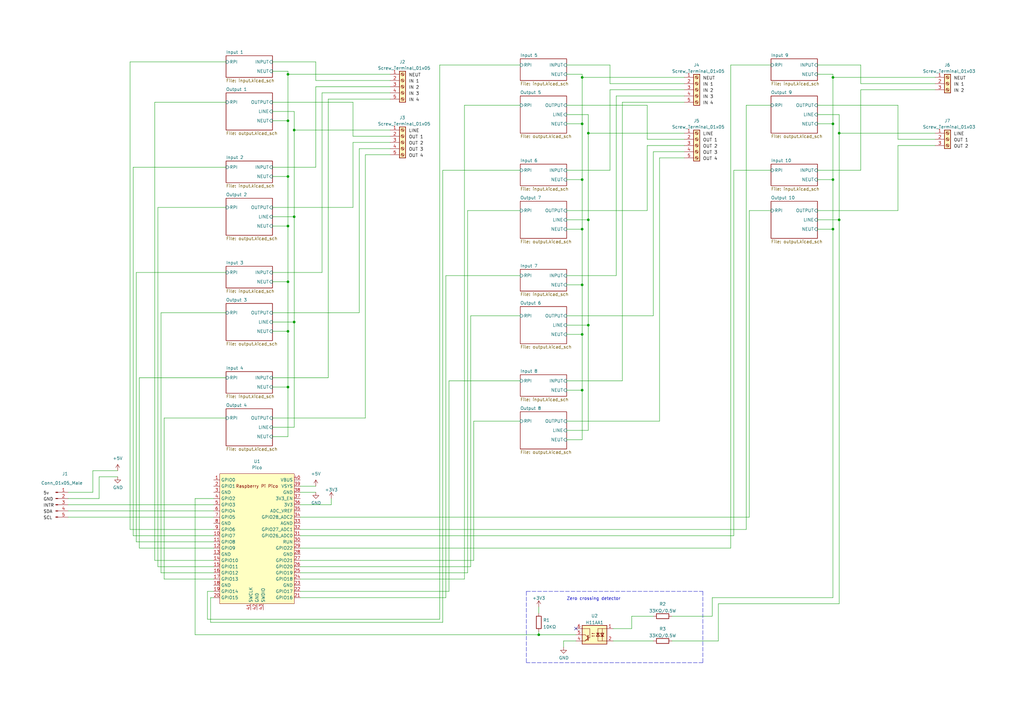
<source format=kicad_sch>
(kicad_sch (version 20211123) (generator eeschema)
  (paper "A3")
  (lib_symbols
    (symbol "Connector:Conn_01x05_Male" (pin_names (offset 1.016) hide)
      (property "Reference" "J" (at 0 7.62 0))
      (property "Value" "Conn_01x05_Male" (at 0 -7.62 0))
      (symbol "Conn_01x05_Male_1_1"
        (polyline (pts (xy 1.27 -5.08) (xy 0.8636 -5.08)) (stroke (width 0.1524)))
        (polyline (pts (xy 1.27 -2.54) (xy 0.8636 -2.54)) (stroke (width 0.1524)))
        (polyline (pts (xy 1.27 0) (xy 0.8636 0)) (stroke (width 0.1524)))
        (polyline (pts (xy 1.27 2.54) (xy 0.8636 2.54)) (stroke (width 0.1524)))
        (polyline (pts (xy 1.27 5.08) (xy 0.8636 5.08)) (stroke (width 0.1524)))
        (rectangle (start 0.8636 -4.953) (end 0 -5.207) (stroke (width 0.1524)) (fill (type outline)))
        (rectangle (start 0.8636 -2.413) (end 0 -2.667) (stroke (width 0.1524)) (fill (type outline)))
        (rectangle (start 0.8636 0.127) (end 0 -0.127) (stroke (width 0.1524)) (fill (type outline)))
        (rectangle (start 0.8636 2.667) (end 0 2.413) (stroke (width 0.1524)) (fill (type outline)))
        (rectangle (start 0.8636 5.207) (end 0 4.953) (stroke (width 0.1524)) (fill (type outline)))
        (pin passive line (at 5.08 5.08 180) (length 3.81) (name "Pin_1") (number "1"))
        (pin passive line (at 5.08 2.54 180) (length 3.81) (name "Pin_2") (number "2"))
        (pin passive line (at 5.08 0 180) (length 3.81) (name "Pin_3") (number "3"))
        (pin passive line (at 5.08 -2.54 180) (length 3.81) (name "Pin_4") (number "4"))
        (pin passive line (at 5.08 -5.08 180) (length 3.81) (name "Pin_5") (number "5"))
      )
    )
    (symbol "Connector:Screw_Terminal_01x03" (pin_names (offset 1.016) hide)
      (property "Reference" "J" (at 0 5.08 0))
      (property "Value" "Screw_Terminal_01x03" (at 0 -5.08 0))
      (symbol "Screw_Terminal_01x03_1_1"
        (rectangle (start -1.27 3.81) (end 1.27 -3.81) (stroke (width 0.254)) (fill (type background)))
        (circle (center 0 -2.54) (radius 0.635) (stroke (width 0.1524)))
        (polyline (pts (xy -0.5334 -2.2098) (xy 0.3302 -3.048)) (stroke (width 0.1524)))
        (polyline (pts (xy -0.5334 0.3302) (xy 0.3302 -0.508)) (stroke (width 0.1524)))
        (polyline (pts (xy -0.5334 2.8702) (xy 0.3302 2.032)) (stroke (width 0.1524)))
        (polyline (pts (xy -0.3556 -2.032) (xy 0.508 -2.8702)) (stroke (width 0.1524)))
        (polyline (pts (xy -0.3556 0.508) (xy 0.508 -0.3302)) (stroke (width 0.1524)))
        (polyline (pts (xy -0.3556 3.048) (xy 0.508 2.2098)) (stroke (width 0.1524)))
        (circle (center 0 0) (radius 0.635) (stroke (width 0.1524)))
        (circle (center 0 2.54) (radius 0.635) (stroke (width 0.1524)))
        (pin passive line (at -5.08 2.54 0) (length 3.81) (name "Pin_1") (number "1"))
        (pin passive line (at -5.08 0 0) (length 3.81) (name "Pin_2") (number "2"))
        (pin passive line (at -5.08 -2.54 0) (length 3.81) (name "Pin_3") (number "3"))
      )
    )
    (symbol "Connector:Screw_Terminal_01x05" (pin_names (offset 1.016) hide)
      (property "Reference" "J" (at 0 7.62 0))
      (property "Value" "Screw_Terminal_01x05" (at 0 -7.62 0))
      (symbol "Screw_Terminal_01x05_1_1"
        (rectangle (start -1.27 6.35) (end 1.27 -6.35) (stroke (width 0.254)) (fill (type background)))
        (circle (center 0 -5.08) (radius 0.635) (stroke (width 0.1524)))
        (circle (center 0 -2.54) (radius 0.635) (stroke (width 0.1524)))
        (polyline (pts (xy -0.5334 -4.7498) (xy 0.3302 -5.588)) (stroke (width 0.1524)))
        (polyline (pts (xy -0.5334 -2.2098) (xy 0.3302 -3.048)) (stroke (width 0.1524)))
        (polyline (pts (xy -0.5334 0.3302) (xy 0.3302 -0.508)) (stroke (width 0.1524)))
        (polyline (pts (xy -0.5334 2.8702) (xy 0.3302 2.032)) (stroke (width 0.1524)))
        (polyline (pts (xy -0.5334 5.4102) (xy 0.3302 4.572)) (stroke (width 0.1524)))
        (polyline (pts (xy -0.3556 -4.572) (xy 0.508 -5.4102)) (stroke (width 0.1524)))
        (polyline (pts (xy -0.3556 -2.032) (xy 0.508 -2.8702)) (stroke (width 0.1524)))
        (polyline (pts (xy -0.3556 0.508) (xy 0.508 -0.3302)) (stroke (width 0.1524)))
        (polyline (pts (xy -0.3556 3.048) (xy 0.508 2.2098)) (stroke (width 0.1524)))
        (polyline (pts (xy -0.3556 5.588) (xy 0.508 4.7498)) (stroke (width 0.1524)))
        (circle (center 0 0) (radius 0.635) (stroke (width 0.1524)))
        (circle (center 0 2.54) (radius 0.635) (stroke (width 0.1524)))
        (circle (center 0 5.08) (radius 0.635) (stroke (width 0.1524)))
        (pin passive line (at -5.08 5.08 0) (length 3.81) (name "Pin_1") (number "1"))
        (pin passive line (at -5.08 2.54 0) (length 3.81) (name "Pin_2") (number "2"))
        (pin passive line (at -5.08 0 0) (length 3.81) (name "Pin_3") (number "3"))
        (pin passive line (at -5.08 -2.54 0) (length 3.81) (name "Pin_4") (number "4"))
        (pin passive line (at -5.08 -5.08 0) (length 3.81) (name "Pin_5") (number "5"))
      )
    )
    (symbol "Device:R" (pin_numbers hide) (pin_names (offset 0))
      (property "Reference" "R" (at 2.032 0 90))
      (property "Value" "R" (at 0 0 90))
      (symbol "R_0_1"
        (rectangle (start -1.016 -2.54) (end 1.016 2.54) (stroke (width 0.254)))
      )
      (symbol "R_1_1"
        (pin passive line (at 0 3.81 270) (length 1.27) (name "~") (number "1"))
        (pin passive line (at 0 -3.81 90) (length 1.27) (name "~") (number "2"))
      )
    )
    (symbol "Isolator:H11AA1"
      (property "Reference" "U" (at -5.334 4.953 0))
      (property "Value" "H11AA1" (at 0.635 4.953 0))
      (symbol "H11AA1_0_1"
        (polyline (pts (xy -2.032 0.635) (xy -0.762 0.635)) (stroke (width 0.254)))
        (polyline (pts (xy -1.397 -2.54) (xy -3.175 -2.54)) (stroke (width 0.1524)))
        (polyline (pts (xy -1.397 -0.635) (xy -1.397 -2.54)))
        (polyline (pts (xy -1.397 0.635) (xy -1.397 -0.635)))
        (polyline (pts (xy -1.397 0.635) (xy -1.397 2.54)))
        (polyline (pts (xy -1.397 2.54) (xy -3.175 2.54)) (stroke (width 0.1524)))
        (polyline (pts (xy -1.397 0.635) (xy -2.032 -0.635) (xy -0.762 -0.635) (xy -1.397 0.635)) (stroke (width 0.254)))
      )
      (symbol "H11AA1_1_1"
        (rectangle (start -5.08 3.81) (end 5.08 -3.81) (stroke (width 0.254)) (fill (type background)))
        (polyline (pts (xy -3.81 -0.635) (xy -2.54 -0.635)) (stroke (width 0.254)))
        (polyline (pts (xy 2.667 -1.397) (xy 3.81 -2.54)))
        (polyline (pts (xy 2.667 -1.143) (xy 3.81 0)))
        (polyline (pts (xy 3.81 -2.54) (xy 5.08 -2.54)))
        (polyline (pts (xy 3.81 0) (xy 5.08 0)))
        (polyline (pts (xy 2.667 -0.254) (xy 2.667 -2.286) (xy 2.667 -2.286)) (stroke (width 0.3556)))
        (polyline (pts (xy -5.08 -2.54) (xy -3.175 -2.54) (xy -3.175 2.54) (xy -5.08 2.54)))
        (polyline (pts (xy -3.175 -0.635) (xy -3.81 0.635) (xy -2.54 0.635) (xy -3.175 -0.635)) (stroke (width 0.254)))
        (polyline (pts (xy 3.683 -2.413) (xy 3.429 -1.905) (xy 3.175 -2.159) (xy 3.683 -2.413)))
        (polyline (pts (xy 5.08 2.54) (xy 1.905 2.54) (xy 1.905 -1.27) (xy 2.54 -1.27)))
        (polyline (pts (xy -0.127 -0.508) (xy 1.143 -0.508) (xy 0.762 -0.635) (xy 0.762 -0.381) (xy 1.143 -0.508)))
        (polyline (pts (xy -0.127 0.508) (xy 1.143 0.508) (xy 0.762 0.381) (xy 0.762 0.635) (xy 1.143 0.508)))
        (pin passive line (at -7.62 2.54 0) (length 2.54) (name "~") (number "1"))
        (pin passive line (at -7.62 -2.54 0) (length 2.54) (name "~") (number "2"))
        (pin no_connect line (at -5.08 0 0) (length 2.54) hide (name "NC") (number "3"))
        (pin passive line (at 7.62 -2.54 180) (length 2.54) (name "~") (number "4"))
        (pin passive line (at 7.62 0 180) (length 2.54) (name "~") (number "5"))
        (pin passive line (at 7.62 2.54 180) (length 2.54) (name "~") (number "6"))
      )
    )
    (symbol "MCU_RaspberryPi_and_Boards:Pico"
      (property "Reference" "U" (at -13.97 27.94 0))
      (property "Value" "Pico" (at 0 19.05 0))
      (symbol "Pico_0_0"
        (text "Raspberry Pi Pico" (at 0 21.59 0) (effects (font (size 1.27 1.27))))
      )
      (symbol "Pico_0_1"
        (rectangle (start -15.24 26.67) (end 15.24 -26.67) (fill (type background)))
      )
      (symbol "Pico_1_1"
        (pin bidirectional line (at -17.78 24.13 0) (length 2.54) (name "GPIO0") (number "1"))
        (pin bidirectional line (at -17.78 1.27 0) (length 2.54) (name "GPIO7") (number "10"))
        (pin bidirectional line (at -17.78 -1.27 0) (length 2.54) (name "GPIO8") (number "11"))
        (pin bidirectional line (at -17.78 -3.81 0) (length 2.54) (name "GPIO9") (number "12"))
        (pin power_in line (at -17.78 -6.35 0) (length 2.54) (name "GND") (number "13"))
        (pin bidirectional line (at -17.78 -8.89 0) (length 2.54) (name "GPIO10") (number "14"))
        (pin bidirectional line (at -17.78 -11.43 0) (length 2.54) (name "GPIO11") (number "15"))
        (pin bidirectional line (at -17.78 -13.97 0) (length 2.54) (name "GPIO12") (number "16"))
        (pin bidirectional line (at -17.78 -16.51 0) (length 2.54) (name "GPIO13") (number "17"))
        (pin power_in line (at -17.78 -19.05 0) (length 2.54) (name "GND") (number "18"))
        (pin bidirectional line (at -17.78 -21.59 0) (length 2.54) (name "GPIO14") (number "19"))
        (pin bidirectional line (at -17.78 21.59 0) (length 2.54) (name "GPIO1") (number "2"))
        (pin bidirectional line (at -17.78 -24.13 0) (length 2.54) (name "GPIO15") (number "20"))
        (pin bidirectional line (at 17.78 -24.13 180) (length 2.54) (name "GPIO16") (number "21"))
        (pin bidirectional line (at 17.78 -21.59 180) (length 2.54) (name "GPIO17") (number "22"))
        (pin power_in line (at 17.78 -19.05 180) (length 2.54) (name "GND") (number "23"))
        (pin bidirectional line (at 17.78 -16.51 180) (length 2.54) (name "GPIO18") (number "24"))
        (pin bidirectional line (at 17.78 -13.97 180) (length 2.54) (name "GPIO19") (number "25"))
        (pin bidirectional line (at 17.78 -11.43 180) (length 2.54) (name "GPIO20") (number "26"))
        (pin bidirectional line (at 17.78 -8.89 180) (length 2.54) (name "GPIO21") (number "27"))
        (pin power_in line (at 17.78 -6.35 180) (length 2.54) (name "GND") (number "28"))
        (pin bidirectional line (at 17.78 -3.81 180) (length 2.54) (name "GPIO22") (number "29"))
        (pin power_in line (at -17.78 19.05 0) (length 2.54) (name "GND") (number "3"))
        (pin input line (at 17.78 -1.27 180) (length 2.54) (name "RUN") (number "30"))
        (pin bidirectional line (at 17.78 1.27 180) (length 2.54) (name "GPIO26_ADC0") (number "31"))
        (pin bidirectional line (at 17.78 3.81 180) (length 2.54) (name "GPIO27_ADC1") (number "32"))
        (pin power_in line (at 17.78 6.35 180) (length 2.54) (name "AGND") (number "33"))
        (pin bidirectional line (at 17.78 8.89 180) (length 2.54) (name "GPIO28_ADC2") (number "34"))
        (pin power_in line (at 17.78 11.43 180) (length 2.54) (name "ADC_VREF") (number "35"))
        (pin power_in line (at 17.78 13.97 180) (length 2.54) (name "3V3") (number "36"))
        (pin input line (at 17.78 16.51 180) (length 2.54) (name "3V3_EN") (number "37"))
        (pin bidirectional line (at 17.78 19.05 180) (length 2.54) (name "GND") (number "38"))
        (pin power_in line (at 17.78 21.59 180) (length 2.54) (name "VSYS") (number "39"))
        (pin bidirectional line (at -17.78 16.51 0) (length 2.54) (name "GPIO2") (number "4"))
        (pin power_in line (at 17.78 24.13 180) (length 2.54) (name "VBUS") (number "40"))
        (pin input line (at -2.54 -29.21 90) (length 2.54) (name "SWCLK") (number "41"))
        (pin power_in line (at 0 -29.21 90) (length 2.54) (name "GND") (number "42"))
        (pin bidirectional line (at 2.54 -29.21 90) (length 2.54) (name "SWDIO") (number "43"))
        (pin bidirectional line (at -17.78 13.97 0) (length 2.54) (name "GPIO3") (number "5"))
        (pin bidirectional line (at -17.78 11.43 0) (length 2.54) (name "GPIO4") (number "6"))
        (pin bidirectional line (at -17.78 8.89 0) (length 2.54) (name "GPIO5") (number "7"))
        (pin power_in line (at -17.78 6.35 0) (length 2.54) (name "GND") (number "8"))
        (pin bidirectional line (at -17.78 3.81 0) (length 2.54) (name "GPIO6") (number "9"))
      )
    )
    (symbol "power:+3V3" (power) (pin_names (offset 0))
      (property "Value" "+3V3" (at 0 3.556 0))
      (symbol "+3V3_0_1"
        (polyline (pts (xy -0.762 1.27) (xy 0 2.54)))
        (polyline (pts (xy 0 0) (xy 0 2.54)))
        (polyline (pts (xy 0 2.54) (xy 0.762 1.27)))
      )
      (symbol "+3V3_1_1"
        (pin power_in line (at 0 0 90) (length 0) hide (name "+3V3") (number "1"))
      )
    )
    (symbol "power:+5V" (power) (pin_names (offset 0))
      (property "Value" "+5V" (at 0 3.556 0))
      (symbol "+5V_0_1"
        (polyline (pts (xy -0.762 1.27) (xy 0 2.54)))
        (polyline (pts (xy 0 0) (xy 0 2.54)))
        (polyline (pts (xy 0 2.54) (xy 0.762 1.27)))
      )
      (symbol "+5V_1_1"
        (pin power_in line (at 0 0 90) (length 0) hide (name "+5V") (number "1"))
      )
    )
    (symbol "power:GND" (power) (pin_names (offset 0))
      (property "Value" "GND" (at 0 -3.81 0))
      (symbol "GND_0_1"
        (polyline (pts (xy 0 0) (xy 0 -1.27) (xy 1.27 -1.27) (xy 0 -2.54) (xy -1.27 -1.27) (xy 0 -1.27)))
      )
      (symbol "GND_1_1"
        (pin power_in line (at 0 0 270) (length 0) hide (name "GND") (number "1"))
      )
    )
  )
  (junction (at 238.76 31.75))
  (junction (at 118.11 49.53))
  (junction (at 120.65 88.9))
  (junction (at 220.98 260.35))
  (junction (at 238.76 116.84))
  (junction (at 120.65 53.34))
  (junction (at 341.63 50.8))
  (junction (at 238.76 50.8))
  (junction (at 238.76 137.16))
  (junction (at 120.65 132.08))
  (junction (at 341.63 31.75))
  (junction (at 241.3 90.17))
  (junction (at 118.11 135.89))
  (junction (at 344.17 54.61))
  (junction (at 341.63 73.66))
  (junction (at 118.11 115.57))
  (junction (at 241.3 54.61))
  (junction (at 344.17 90.17))
  (junction (at 118.11 92.71))
  (junction (at 118.11 30.48))
  (junction (at 118.11 72.39))
  (junction (at 238.76 160.02))
  (junction (at 238.76 93.98))
  (junction (at 341.63 93.98))
  (junction (at 118.11 158.75))
  (junction (at 238.76 73.66))
  (junction (at 241.3 133.35))
  (no_connect (at 236.22 257.81))
  (wire (pts (xy 80.01 260.35) (xy 220.98 260.35)))
  (wire (pts (xy 238.76 160.02) (xy 238.76 137.16)))
  (wire (pts (xy 280.67 59.69) (xy 265.43 59.69)))
  (wire (pts (xy 341.63 31.75) (xy 341.63 30.48)))
  (wire (pts (xy 27.94 201.93) (xy 38.1 201.93)))
  (wire (pts (xy 316.23 43.18) (xy 306.07 43.18)))
  (wire (pts (xy 299.72 26.67) (xy 299.72 224.79)))
  (wire (pts (xy 40.64 204.47) (xy 40.64 195.58)))
  (wire (pts (xy 180.34 254) (xy 85.09 254)))
  (wire (pts (xy 316.23 69.85) (xy 300.99 69.85)))
  (wire (pts (xy 120.65 45.72) (xy 120.65 53.34)))
  (wire (pts (xy 111.76 92.71) (xy 118.11 92.71)))
  (wire (pts (xy 238.76 31.75) (xy 238.76 50.8)))
  (wire (pts (xy 241.3 46.99) (xy 241.3 54.61)))
  (wire (pts (xy 231.14 262.89) (xy 236.22 262.89)))
  (wire (pts (xy 182.88 113.03) (xy 182.88 245.11)))
  (wire (pts (xy 160.02 63.5) (xy 149.86 63.5)))
  (wire (pts (xy 132.08 38.1) (xy 132.08 111.76)))
  (wire (pts (xy 123.19 201.93) (xy 129.54 201.93)))
  (wire (pts (xy 353.06 34.29) (xy 353.06 26.67)))
  (wire (pts (xy 160.02 40.64) (xy 134.62 40.64)))
  (wire (pts (xy 238.76 93.98) (xy 238.76 73.66)))
  (wire (pts (xy 368.3 57.15) (xy 368.3 43.18)))
  (wire (pts (xy 250.19 69.85) (xy 232.41 69.85)))
  (wire (pts (xy 67.31 237.49) (xy 87.63 237.49)))
  (wire (pts (xy 27.94 204.47) (xy 40.64 204.47)))
  (wire (pts (xy 383.54 57.15) (xy 368.3 57.15)))
  (wire (pts (xy 111.76 179.07) (xy 118.11 179.07)))
  (wire (pts (xy 344.17 90.17) (xy 344.17 247.65)))
  (wire (pts (xy 220.98 259.08) (xy 220.98 260.35)))
  (wire (pts (xy 251.46 257.81) (xy 259.08 257.81)))
  (wire (pts (xy 80.01 204.47) (xy 87.63 204.47)))
  (wire (pts (xy 111.76 135.89) (xy 118.11 135.89)))
  (wire (pts (xy 111.76 115.57) (xy 118.11 115.57)))
  (wire (pts (xy 57.15 154.94) (xy 57.15 224.79)))
  (wire (pts (xy 368.3 59.69) (xy 368.3 86.36)))
  (wire (pts (xy 232.41 180.34) (xy 238.76 180.34)))
  (wire (pts (xy 316.23 86.36) (xy 307.34 86.36)))
  (wire (pts (xy 232.41 160.02) (xy 238.76 160.02)))
  (wire (pts (xy 38.1 201.93) (xy 38.1 193.04)))
  (wire (pts (xy 111.76 49.53) (xy 118.11 49.53)))
  (wire (pts (xy 213.36 86.36) (xy 191.77 86.36)))
  (wire (pts (xy 353.06 36.83) (xy 353.06 69.85)))
  (wire (pts (xy 184.15 156.21) (xy 184.15 242.57)))
  (wire (pts (xy 241.3 133.35) (xy 241.3 90.17)))
  (wire (pts (xy 251.46 262.89) (xy 267.97 262.89)))
  (wire (pts (xy 341.63 30.48) (xy 335.28 30.48)))
  (wire (pts (xy 270.51 172.72) (xy 232.41 172.72)))
  (wire (pts (xy 275.59 262.89) (xy 294.64 262.89)))
  (wire (pts (xy 92.71 41.91) (xy 63.5 41.91)))
  (wire (pts (xy 383.54 36.83) (xy 353.06 36.83)))
  (wire (pts (xy 66.04 128.27) (xy 66.04 234.95)))
  (wire (pts (xy 27.94 209.55) (xy 87.63 209.55)))
  (wire (pts (xy 85.09 242.57) (xy 87.63 242.57)))
  (wire (pts (xy 92.71 111.76) (xy 55.88 111.76)))
  (wire (pts (xy 270.51 64.77) (xy 270.51 172.72)))
  (wire (pts (xy 147.32 60.96) (xy 147.32 128.27)))
  (wire (pts (xy 180.34 26.67) (xy 180.34 254)))
  (wire (pts (xy 54.61 219.71) (xy 87.63 219.71)))
  (wire (pts (xy 92.71 171.45) (xy 67.31 171.45)))
  (wire (pts (xy 335.28 73.66) (xy 341.63 73.66)))
  (wire (pts (xy 129.54 68.58) (xy 111.76 68.58)))
  (wire (pts (xy 123.19 199.39) (xy 129.54 199.39)))
  (wire (pts (xy 220.98 260.35) (xy 236.22 260.35)))
  (wire (pts (xy 344.17 54.61) (xy 344.17 90.17)))
  (wire (pts (xy 265.43 43.18) (xy 232.41 43.18)))
  (wire (pts (xy 255.27 156.21) (xy 232.41 156.21)))
  (wire (pts (xy 92.71 68.58) (xy 54.61 68.58)))
  (wire (pts (xy 238.76 30.48) (xy 232.41 30.48)))
  (wire (pts (xy 53.34 25.4) (xy 53.34 217.17)))
  (wire (pts (xy 118.11 72.39) (xy 118.11 49.53)))
  (wire (pts (xy 120.65 88.9) (xy 111.76 88.9)))
  (wire (pts (xy 147.32 128.27) (xy 111.76 128.27)))
  (wire (pts (xy 280.67 39.37) (xy 252.73 39.37)))
  (wire (pts (xy 353.06 69.85) (xy 335.28 69.85)))
  (wire (pts (xy 299.72 224.79) (xy 123.19 224.79)))
  (wire (pts (xy 265.43 57.15) (xy 265.43 43.18)))
  (wire (pts (xy 111.76 158.75) (xy 118.11 158.75)))
  (wire (pts (xy 181.61 255.27) (xy 86.36 255.27)))
  (wire (pts (xy 57.15 224.79) (xy 87.63 224.79)))
  (wire (pts (xy 160.02 35.56) (xy 129.54 35.56)))
  (wire (pts (xy 241.3 54.61) (xy 241.3 90.17)))
  (wire (pts (xy 238.76 180.34) (xy 238.76 160.02)))
  (wire (pts (xy 255.27 41.91) (xy 255.27 156.21)))
  (wire (pts (xy 53.34 25.4) (xy 92.71 25.4)))
  (wire (pts (xy 194.31 172.72) (xy 194.31 229.87)))
  (wire (pts (xy 120.65 175.26) (xy 120.65 132.08)))
  (wire (pts (xy 238.76 73.66) (xy 238.76 50.8)))
  (wire (pts (xy 86.36 255.27) (xy 86.36 245.11)))
  (wire (pts (xy 267.97 252.73) (xy 259.08 252.73)))
  (wire (pts (xy 184.15 242.57) (xy 123.19 242.57)))
  (wire (pts (xy 307.34 212.09) (xy 123.19 212.09)))
  (polyline (pts (xy 215.9 242.57) (xy 288.29 242.57)))
  (wire (pts (xy 232.41 176.53) (xy 241.3 176.53)))
  (wire (pts (xy 63.5 41.91) (xy 63.5 229.87)))
  (wire (pts (xy 123.19 229.87) (xy 194.31 229.87)))
  (wire (pts (xy 86.36 245.11) (xy 87.63 245.11)))
  (wire (pts (xy 118.11 92.71) (xy 118.11 72.39)))
  (wire (pts (xy 280.67 36.83) (xy 250.19 36.83)))
  (wire (pts (xy 27.94 212.09) (xy 87.63 212.09)))
  (polyline (pts (xy 215.9 242.57) (xy 215.9 271.78)))
  (wire (pts (xy 280.67 31.75) (xy 238.76 31.75)))
  (wire (pts (xy 123.19 234.95) (xy 191.77 234.95)))
  (wire (pts (xy 238.76 116.84) (xy 238.76 93.98)))
  (wire (pts (xy 300.99 69.85) (xy 300.99 219.71)))
  (wire (pts (xy 92.71 85.09) (xy 64.77 85.09)))
  (wire (pts (xy 341.63 93.98) (xy 341.63 245.11)))
  (wire (pts (xy 129.54 35.56) (xy 129.54 68.58)))
  (wire (pts (xy 280.67 62.23) (xy 267.97 62.23)))
  (wire (pts (xy 341.63 245.11) (xy 292.1 245.11)))
  (wire (pts (xy 241.3 54.61) (xy 280.67 54.61)))
  (wire (pts (xy 241.3 176.53) (xy 241.3 133.35)))
  (wire (pts (xy 213.36 26.67) (xy 180.34 26.67)))
  (wire (pts (xy 353.06 26.67) (xy 335.28 26.67)))
  (wire (pts (xy 129.54 25.4) (xy 111.76 25.4)))
  (wire (pts (xy 181.61 69.85) (xy 181.61 255.27)))
  (wire (pts (xy 316.23 26.67) (xy 299.72 26.67)))
  (wire (pts (xy 368.3 43.18) (xy 335.28 43.18)))
  (wire (pts (xy 144.78 58.42) (xy 144.78 85.09)))
  (wire (pts (xy 231.14 262.89) (xy 231.14 265.43)))
  (wire (pts (xy 341.63 73.66) (xy 341.63 50.8)))
  (polyline (pts (xy 288.29 242.57) (xy 288.29 271.78)))
  (wire (pts (xy 190.5 43.18) (xy 190.5 237.49)))
  (polyline (pts (xy 288.29 271.78) (xy 215.9 271.78)))
  (wire (pts (xy 80.01 204.47) (xy 80.01 260.35)))
  (wire (pts (xy 182.88 245.11) (xy 123.19 245.11)))
  (wire (pts (xy 232.41 137.16) (xy 238.76 137.16)))
  (wire (pts (xy 341.63 31.75) (xy 341.63 50.8)))
  (wire (pts (xy 118.11 30.48) (xy 118.11 49.53)))
  (wire (pts (xy 118.11 179.07) (xy 118.11 158.75)))
  (wire (pts (xy 238.76 31.75) (xy 238.76 30.48)))
  (wire (pts (xy 160.02 33.02) (xy 129.54 33.02)))
  (wire (pts (xy 335.28 93.98) (xy 341.63 93.98)))
  (wire (pts (xy 38.1 193.04) (xy 48.26 193.04)))
  (wire (pts (xy 55.88 222.25) (xy 87.63 222.25)))
  (wire (pts (xy 120.65 53.34) (xy 160.02 53.34)))
  (wire (pts (xy 135.89 204.47) (xy 135.89 207.01)))
  (wire (pts (xy 292.1 245.11) (xy 292.1 252.73)))
  (wire (pts (xy 213.36 129.54) (xy 193.04 129.54)))
  (wire (pts (xy 120.65 132.08) (xy 120.65 88.9)))
  (wire (pts (xy 66.04 234.95) (xy 87.63 234.95)))
  (wire (pts (xy 232.41 46.99) (xy 241.3 46.99)))
  (wire (pts (xy 85.09 254) (xy 85.09 242.57)))
  (wire (pts (xy 149.86 63.5) (xy 149.86 171.45)))
  (wire (pts (xy 118.11 158.75) (xy 118.11 135.89)))
  (wire (pts (xy 63.5 229.87) (xy 87.63 229.87)))
  (wire (pts (xy 144.78 85.09) (xy 111.76 85.09)))
  (wire (pts (xy 265.43 86.36) (xy 232.41 86.36)))
  (wire (pts (xy 280.67 34.29) (xy 250.19 34.29)))
  (wire (pts (xy 280.67 57.15) (xy 265.43 57.15)))
  (wire (pts (xy 149.86 171.45) (xy 111.76 171.45)))
  (wire (pts (xy 267.97 62.23) (xy 267.97 129.54)))
  (wire (pts (xy 134.62 40.64) (xy 134.62 154.94)))
  (wire (pts (xy 232.41 116.84) (xy 238.76 116.84)))
  (wire (pts (xy 134.62 154.94) (xy 111.76 154.94)))
  (wire (pts (xy 383.54 59.69) (xy 368.3 59.69)))
  (wire (pts (xy 135.89 207.01) (xy 123.19 207.01)))
  (wire (pts (xy 64.77 85.09) (xy 64.77 232.41)))
  (wire (pts (xy 118.11 29.21) (xy 111.76 29.21)))
  (wire (pts (xy 250.19 26.67) (xy 232.41 26.67)))
  (wire (pts (xy 232.41 93.98) (xy 238.76 93.98)))
  (wire (pts (xy 267.97 129.54) (xy 232.41 129.54)))
  (wire (pts (xy 118.11 115.57) (xy 118.11 92.71)))
  (wire (pts (xy 300.99 219.71) (xy 123.19 219.71)))
  (wire (pts (xy 64.77 232.41) (xy 87.63 232.41)))
  (wire (pts (xy 27.94 207.01) (xy 87.63 207.01)))
  (wire (pts (xy 191.77 86.36) (xy 191.77 234.95)))
  (wire (pts (xy 344.17 90.17) (xy 335.28 90.17)))
  (wire (pts (xy 129.54 33.02) (xy 129.54 25.4)))
  (wire (pts (xy 307.34 86.36) (xy 307.34 212.09)))
  (wire (pts (xy 259.08 252.73) (xy 259.08 257.81)))
  (wire (pts (xy 92.71 154.94) (xy 57.15 154.94)))
  (wire (pts (xy 160.02 30.48) (xy 118.11 30.48)))
  (wire (pts (xy 213.36 172.72) (xy 194.31 172.72)))
  (wire (pts (xy 238.76 137.16) (xy 238.76 116.84)))
  (wire (pts (xy 120.65 53.34) (xy 120.65 88.9)))
  (wire (pts (xy 118.11 135.89) (xy 118.11 115.57)))
  (wire (pts (xy 160.02 38.1) (xy 132.08 38.1)))
  (wire (pts (xy 160.02 60.96) (xy 147.32 60.96)))
  (wire (pts (xy 344.17 46.99) (xy 344.17 54.61)))
  (wire (pts (xy 54.61 68.58) (xy 54.61 219.71)))
  (wire (pts (xy 53.34 217.17) (xy 87.63 217.17)))
  (wire (pts (xy 250.19 36.83) (xy 250.19 69.85)))
  (wire (pts (xy 160.02 55.88) (xy 144.78 55.88)))
  (wire (pts (xy 92.71 128.27) (xy 66.04 128.27)))
  (wire (pts (xy 344.17 247.65) (xy 294.64 247.65)))
  (wire (pts (xy 344.17 54.61) (xy 383.54 54.61)))
  (wire (pts (xy 144.78 55.88) (xy 144.78 41.91)))
  (wire (pts (xy 40.64 195.58) (xy 48.26 195.58)))
  (wire (pts (xy 280.67 64.77) (xy 270.51 64.77)))
  (wire (pts (xy 111.76 45.72) (xy 120.65 45.72)))
  (wire (pts (xy 213.36 69.85) (xy 181.61 69.85)))
  (wire (pts (xy 144.78 41.91) (xy 111.76 41.91)))
  (wire (pts (xy 111.76 175.26) (xy 120.65 175.26)))
  (wire (pts (xy 67.31 171.45) (xy 67.31 237.49)))
  (wire (pts (xy 275.59 252.73) (xy 292.1 252.73)))
  (wire (pts (xy 132.08 111.76) (xy 111.76 111.76)))
  (wire (pts (xy 280.67 41.91) (xy 255.27 41.91)))
  (wire (pts (xy 383.54 31.75) (xy 341.63 31.75)))
  (wire (pts (xy 294.64 247.65) (xy 294.64 262.89)))
  (wire (pts (xy 383.54 34.29) (xy 353.06 34.29)))
  (wire (pts (xy 232.41 73.66) (xy 238.76 73.66)))
  (wire (pts (xy 213.36 156.21) (xy 184.15 156.21)))
  (wire (pts (xy 160.02 58.42) (xy 144.78 58.42)))
  (wire (pts (xy 306.07 217.17) (xy 123.19 217.17)))
  (wire (pts (xy 335.28 50.8) (xy 341.63 50.8)))
  (wire (pts (xy 193.04 129.54) (xy 193.04 232.41)))
  (wire (pts (xy 241.3 90.17) (xy 232.41 90.17)))
  (wire (pts (xy 232.41 133.35) (xy 241.3 133.35)))
  (wire (pts (xy 341.63 93.98) (xy 341.63 73.66)))
  (wire (pts (xy 213.36 43.18) (xy 190.5 43.18)))
  (wire (pts (xy 265.43 59.69) (xy 265.43 86.36)))
  (wire (pts (xy 250.19 34.29) (xy 250.19 26.67)))
  (wire (pts (xy 213.36 113.03) (xy 182.88 113.03)))
  (wire (pts (xy 111.76 132.08) (xy 120.65 132.08)))
  (wire (pts (xy 306.07 43.18) (xy 306.07 217.17)))
  (wire (pts (xy 118.11 30.48) (xy 118.11 29.21)))
  (wire (pts (xy 252.73 113.03) (xy 232.41 113.03)))
  (wire (pts (xy 220.98 248.92) (xy 220.98 251.46)))
  (wire (pts (xy 111.76 72.39) (xy 118.11 72.39)))
  (wire (pts (xy 335.28 46.99) (xy 344.17 46.99)))
  (wire (pts (xy 252.73 39.37) (xy 252.73 113.03)))
  (wire (pts (xy 368.3 86.36) (xy 335.28 86.36)))
  (wire (pts (xy 193.04 232.41) (xy 123.19 232.41)))
  (wire (pts (xy 232.41 50.8) (xy 238.76 50.8)))
  (wire (pts (xy 190.5 237.49) (xy 123.19 237.49)))
  (wire (pts (xy 55.88 111.76) (xy 55.88 222.25)))
  (text "Zero crossing detector" (at 232.41 246.38 0) (effects (font (size 1.27 1.27)) (justify left bottom)))
  (label "OUT 2" (at 288.29 60.96 0))
  (label "OUT 1" (at 288.29 58.42 0))
  (label "GND" (at 17.78 205.74 0))
  (label "OUT 4" (at 288.29 66.04 0))
  (label "NEUT" (at 288.29 33.02 0))
  (label "LINE" (at 167.64 54.61 0))
  (label "IN 2" (at 288.29 38.1 0))
  (label "OUT 1" (at 167.64 57.15 0))
  (label "NEUT" (at 391.16 33.02 0))
  (label "IN 1" (at 391.16 35.56 0))
  (label "OUT 1" (at 391.16 58.42 0))
  (label "OUT 3" (at 167.64 62.23 0))
  (label "IN 3" (at 167.64 39.37 0))
  (label "SCL" (at 17.78 213.36 0))
  (label "5v" (at 17.78 203.2 0))
  (label "OUT 2" (at 391.16 60.96 0))
  (label "NEUT" (at 167.64 31.75 0))
  (label "IN 4" (at 167.64 41.91 0))
  (label "OUT 2" (at 167.64 59.69 0))
  (label "LINE" (at 391.16 55.88 0))
  (label "OUT 3" (at 288.29 63.5 0))
  (label "IN 4" (at 288.29 43.18 0))
  (label "LINE" (at 288.29 55.88 0))
  (label "IN 2" (at 167.64 36.83 0))
  (label "IN 1" (at 167.64 34.29 0))
  (label "IN 1" (at 288.29 35.56 0))
  (label "IN 2" (at 391.16 38.1 0))
  (label "IN 3" (at 288.29 40.64 0))
  (label "SDA" (at 17.78 210.82 0))
  (label "INTR" (at 17.78 208.28 0))
  (label "OUT 4" (at 167.64 64.77 0))
  (symbol (lib_id "Connector:Screw_Terminal_01x03") (at 388.62 57.15 0) (unit 1)
    (property "Reference" "J7" (at 387.35 49.53 0) (effects (justify left)))
    (property "Value" "Screw_Terminal_01x03" (at 378.46 52.07 0) (effects (justify left)))
    (property "Footprint" "TerminalBlock:TerminalBlock_bornier-3_P5.08mm" (effects hide))
  )
  (symbol (lib_id "Connector:Screw_Terminal_01x05") (at 285.75 36.83 0) (unit 1)
    (property "Reference" "J4" (at 284.48 26.67 0) (effects (justify left)))
    (property "Value" "Screw_Terminal_01x05" (at 275.59 29.21 0) (effects (justify left)))
    (property "Footprint" "TerminalBlock:TerminalBlock_bornier-5_P5.08mm" (effects hide))
  )
  (symbol (lib_id "Connector:Screw_Terminal_01x05") (at 165.1 58.42 0) (unit 1)
    (property "Reference" "J3" (at 163.83 48.26 0) (effects (justify left)))
    (property "Value" "Screw_Terminal_01x05" (at 154.94 50.8 0) (effects (justify left)))
    (property "Footprint" "TerminalBlock:TerminalBlock_bornier-5_P5.08mm" (effects hide))
  )
  (symbol (lib_id "Device:R") (at 220.98 255.27 180) (unit 1)
    (property "Reference" "R1" (at 222.758 254.3615 0) (effects (justify right)))
    (property "Value" "10KΩ" (at 222.758 257.1366 0) (effects (justify right)))
    (property "Footprint" "Resistor_SMD:R_0603_1608Metric" (effects hide))
    (property "Datasheet" "https://datasheet.lcsc.com/lcsc/1811062009_UNI-ROYAL-Uniroyal-Elec-0603WAF1002T5E_C25804.pdf" (effects hide))
    (property "LCSC" "C25804" (effects hide))
  )
  (symbol (lib_id "power:+5V") (at 129.54 199.39 0) (unit 1)
    (property "Reference" "#PWR03" (effects hide))
    (property "Value" "+5V" (at 129.54 194.31 0))
  )
  (symbol (lib_id "Connector:Screw_Terminal_01x03") (at 388.62 34.29 0) (unit 1)
    (property "Reference" "J6" (at 387.35 26.67 0) (effects (justify left)))
    (property "Value" "Screw_Terminal_01x03" (at 378.46 29.21 0) (effects (justify left)))
    (property "Footprint" "TerminalBlock:TerminalBlock_bornier-3_P5.08mm" (effects hide))
  )
  (symbol (lib_id "power:+5V") (at 48.26 193.04 0) (unit 1)
    (property "Reference" "#PWR01" (effects hide))
    (property "Value" "+5V" (at 48.26 187.96 0))
  )
  (symbol (lib_id "power:GND") (at 48.26 195.58 0) (unit 1)
    (property "Reference" "#PWR02" (effects hide))
    (property "Value" "GND" (at 48.387 199.9742 0))
  )
  (symbol (lib_id "MCU_RaspberryPi_and_Boards:Pico") (at 105.41 220.98 0) (unit 1)
    (property "Reference" "U1" (at 105.41 189.23 0))
    (property "Value" "Pico" (at 105.41 191.77 0))
    (property "Footprint" "MCU_RaspberryPi_and_Boards:RPi_Pico_SMD_TH" (effects hide))
  )
  (symbol (lib_id "power:GND") (at 129.54 201.93 0) (unit 1)
    (property "Reference" "#PWR04" (effects hide))
    (property "Value" "GND" (at 129.667 206.3242 0))
  )
  (symbol (lib_id "Device:R") (at 271.78 252.73 270) (unit 1)
    (property "Reference" "R2" (at 271.78 247.7475 90))
    (property "Value" "33KΩ/0.5W" (at 271.78 250.5226 90))
    (property "Footprint" "Resistor_SMD:R_0805_2012Metric" (effects hide))
    (property "Datasheet" "https://datasheet.lcsc.com/lcsc/2012181743_UNI-ROYAL-Uniroyal-Elec-AS05W2J0333T5E_C966118.pdf" (effects hide))
    (property "LCSC" "C966118" (effects hide))
  )
  (symbol (lib_id "power:+3V3") (at 135.89 204.47 0) (unit 1)
    (property "Reference" "#PWR05" (effects hide))
    (property "Value" "+3V3" (at 135.89 200.8655 0))
  )
  (symbol (lib_id "Device:R") (at 271.78 262.89 270) (unit 1)
    (property "Reference" "R3" (at 271.78 257.9075 90))
    (property "Value" "33KΩ/0.5W" (at 271.78 260.6826 90))
    (property "Footprint" "Resistor_SMD:R_0805_2012Metric" (effects hide))
    (property "Datasheet" "https://datasheet.lcsc.com/lcsc/2012181743_UNI-ROYAL-Uniroyal-Elec-AS05W2J0333T5E_C966118.pdf" (effects hide))
    (property "LCSC" "C966118" (effects hide))
  )
  (symbol (lib_id "power:GND") (at 231.14 265.43 0) (unit 1)
    (property "Reference" "#PWR07" (effects hide))
    (property "Value" "GND" (at 231.267 269.8242 0))
  )
  (symbol (lib_id "Connector:Conn_01x05_Male") (at 22.86 207.01 0) (unit 1)
    (property "Reference" "J1" (at 26.67 194.31 0))
    (property "Value" "Conn_01x05_Male" (at 25.4 198.12 0))
    (property "Footprint" "Connector_PinHeader_2.54mm:PinHeader_1x05_P2.54mm_Vertical" (effects hide))
  )
  (symbol (lib_id "power:+3V3") (at 220.98 248.92 0) (unit 1)
    (property "Reference" "#PWR06" (effects hide))
    (property "Value" "+3V3" (at 220.98 245.3155 0))
  )
  (symbol (lib_id "Isolator:H11AA1") (at 243.84 260.35 0) (mirror y) (unit 1)
    (property "Reference" "U2" (at 243.84 252.5735 0))
    (property "Value" "H11AA1" (at 243.84 255.3486 0))
    (property "Footprint" "Package_DIP:SMDIP-6_W9.53mm" (effects hide))
    (property "Datasheet" "https://datasheet.lcsc.com/lcsc/1809111517_ON-Semiconductor-H11AA1SM_C184383.pdf" (effects hide))
    (property "LCSC" "C184383" (effects hide))
  )
  (symbol (lib_id "Connector:Screw_Terminal_01x05") (at 165.1 35.56 0) (unit 1)
    (property "Reference" "J2" (at 163.83 25.4 0) (effects (justify left)))
    (property "Value" "Screw_Terminal_01x05" (at 154.94 27.94 0) (effects (justify left)))
    (property "Footprint" "TerminalBlock:TerminalBlock_bornier-5_P5.08mm" (effects hide))
  )
  (symbol (lib_id "Connector:Screw_Terminal_01x05") (at 285.75 59.69 0) (unit 1)
    (property "Reference" "J5" (at 284.48 49.53 0) (effects (justify left)))
    (property "Value" "Screw_Terminal_01x05" (at 275.59 52.07 0) (effects (justify left)))
    (property "Footprint" "TerminalBlock:TerminalBlock_bornier-5_P5.08mm" (effects hide))
  )
  (sheet (at 213.36 24.13) (size 19.05 8.89) (stroke (width 0.1524))
    (property "Sheet name" "Input 5" (at 213.36 23.4184 0) (effects (justify left bottom)))
    (property "Sheet file" "input.kicad_sch" (at 213.36 33.6046 0) (effects (justify left top)))
    (pin "RPI" input (at 213.36 26.67 180))
    (pin "INPUT" input (at 232.41 26.67 0))
    (pin "NEUT" input (at 232.41 30.48 0))
  )
  (sheet (at 213.36 110.49) (size 19.05 8.89) (stroke (width 0.1524))
    (property "Sheet name" "Input 7" (at 213.36 109.7784 0) (effects (justify left bottom)))
    (property "Sheet file" "input.kicad_sch" (at 213.36 119.9646 0) (effects (justify left top)))
    (pin "RPI" input (at 213.36 113.03 180))
    (pin "INPUT" input (at 232.41 113.03 0))
    (pin "NEUT" input (at 232.41 116.84 0))
  )
  (sheet (at 92.71 81.28) (size 19.05 15.24) (stroke (width 0.1524))
    (property "Sheet name" "Output 2" (at 92.71 80.5684 0) (effects (justify left bottom)))
    (property "Sheet file" "output.kicad_sch" (at 92.71 97.1046 0) (effects (justify left top)))
    (pin "OUTPUT" input (at 111.76 85.09 0))
    (pin "LINE" input (at 111.76 88.9 0))
    (pin "NEUT" input (at 111.76 92.71 0))
    (pin "RPI" input (at 92.71 85.09 180))
  )
  (sheet (at 92.71 124.46) (size 19.05 15.24) (stroke (width 0.1524))
    (property "Sheet name" "Output 3" (at 92.71 123.7484 0) (effects (justify left bottom)))
    (property "Sheet file" "output.kicad_sch" (at 92.71 140.2846 0) (effects (justify left top)))
    (pin "OUTPUT" input (at 111.76 128.27 0))
    (pin "LINE" input (at 111.76 132.08 0))
    (pin "NEUT" input (at 111.76 135.89 0))
    (pin "RPI" input (at 92.71 128.27 180))
  )
  (sheet (at 92.71 22.86) (size 19.05 8.89) (stroke (width 0.1524))
    (property "Sheet name" "Input 1" (at 92.71 22.1484 0) (effects (justify left bottom)))
    (property "Sheet file" "input.kicad_sch" (at 92.71 32.3346 0) (effects (justify left top)))
    (pin "RPI" input (at 92.71 25.4 180))
    (pin "INPUT" input (at 111.76 25.4 0))
    (pin "NEUT" input (at 111.76 29.21 0))
  )
  (sheet (at 213.36 153.67) (size 19.05 8.89) (stroke (width 0.1524))
    (property "Sheet name" "Input 8" (at 213.36 152.9584 0) (effects (justify left bottom)))
    (property "Sheet file" "input.kicad_sch" (at 213.36 163.1446 0) (effects (justify left top)))
    (pin "RPI" input (at 213.36 156.21 180))
    (pin "INPUT" input (at 232.41 156.21 0))
    (pin "NEUT" input (at 232.41 160.02 0))
  )
  (sheet (at 92.71 66.04) (size 19.05 8.89) (stroke (width 0.1524))
    (property "Sheet name" "Input 2" (at 92.71 65.3284 0) (effects (justify left bottom)))
    (property "Sheet file" "input.kicad_sch" (at 92.71 75.5146 0) (effects (justify left top)))
    (pin "RPI" input (at 92.71 68.58 180))
    (pin "INPUT" input (at 111.76 68.58 0))
    (pin "NEUT" input (at 111.76 72.39 0))
  )
  (sheet (at 316.23 24.13) (size 19.05 8.89) (stroke (width 0.1524))
    (property "Sheet name" "Input 9" (at 316.23 23.4184 0) (effects (justify left bottom)))
    (property "Sheet file" "input.kicad_sch" (at 316.23 33.6046 0) (effects (justify left top)))
    (pin "RPI" input (at 316.23 26.67 180))
    (pin "INPUT" input (at 335.28 26.67 0))
    (pin "NEUT" input (at 335.28 30.48 0))
  )
  (sheet (at 213.36 82.55) (size 19.05 15.24) (stroke (width 0.1524))
    (property "Sheet name" "Output 7" (at 213.36 81.8384 0) (effects (justify left bottom)))
    (property "Sheet file" "output.kicad_sch" (at 213.36 98.3746 0) (effects (justify left top)))
    (pin "OUTPUT" input (at 232.41 86.36 0))
    (pin "LINE" input (at 232.41 90.17 0))
    (pin "NEUT" input (at 232.41 93.98 0))
    (pin "RPI" input (at 213.36 86.36 180))
  )
  (sheet (at 92.71 167.64) (size 19.05 15.24) (stroke (width 0.1524))
    (property "Sheet name" "Output 4" (at 92.71 166.9284 0) (effects (justify left bottom)))
    (property "Sheet file" "output.kicad_sch" (at 92.71 183.4646 0) (effects (justify left top)))
    (pin "OUTPUT" input (at 111.76 171.45 0))
    (pin "LINE" input (at 111.76 175.26 0))
    (pin "NEUT" input (at 111.76 179.07 0))
    (pin "RPI" input (at 92.71 171.45 180))
  )
  (sheet (at 92.71 109.22) (size 19.05 8.89) (stroke (width 0.1524))
    (property "Sheet name" "Input 3" (at 92.71 108.5084 0) (effects (justify left bottom)))
    (property "Sheet file" "input.kicad_sch" (at 92.71 118.6946 0) (effects (justify left top)))
    (pin "RPI" input (at 92.71 111.76 180))
    (pin "INPUT" input (at 111.76 111.76 0))
    (pin "NEUT" input (at 111.76 115.57 0))
  )
  (sheet (at 213.36 67.31) (size 19.05 8.89) (stroke (width 0.1524))
    (property "Sheet name" "Input 6" (at 213.36 66.5984 0) (effects (justify left bottom)))
    (property "Sheet file" "input.kicad_sch" (at 213.36 76.7846 0) (effects (justify left top)))
    (pin "RPI" input (at 213.36 69.85 180))
    (pin "INPUT" input (at 232.41 69.85 0))
    (pin "NEUT" input (at 232.41 73.66 0))
  )
  (sheet (at 316.23 82.55) (size 19.05 15.24) (stroke (width 0.1524))
    (property "Sheet name" "Output 10" (at 316.23 81.8384 0) (effects (justify left bottom)))
    (property "Sheet file" "output.kicad_sch" (at 316.23 98.3746 0) (effects (justify left top)))
    (pin "OUTPUT" input (at 335.28 86.36 0))
    (pin "LINE" input (at 335.28 90.17 0))
    (pin "NEUT" input (at 335.28 93.98 0))
    (pin "RPI" input (at 316.23 86.36 180))
  )
  (sheet (at 213.36 39.37) (size 19.05 15.24) (stroke (width 0.1524))
    (property "Sheet name" "Output 5" (at 213.36 38.6584 0) (effects (justify left bottom)))
    (property "Sheet file" "output.kicad_sch" (at 213.36 55.1946 0) (effects (justify left top)))
    (pin "OUTPUT" input (at 232.41 43.18 0))
    (pin "LINE" input (at 232.41 46.99 0))
    (pin "NEUT" input (at 232.41 50.8 0))
    (pin "RPI" input (at 213.36 43.18 180))
  )
  (sheet (at 92.71 152.4) (size 19.05 8.89) (stroke (width 0.1524))
    (property "Sheet name" "Input 4" (at 92.71 151.6884 0) (effects (justify left bottom)))
    (property "Sheet file" "input.kicad_sch" (at 92.71 161.8746 0) (effects (justify left top)))
    (pin "RPI" input (at 92.71 154.94 180))
    (pin "INPUT" input (at 111.76 154.94 0))
    (pin "NEUT" input (at 111.76 158.75 0))
  )
  (sheet (at 213.36 125.73) (size 19.05 15.24) (stroke (width 0.1524))
    (property "Sheet name" "Output 6" (at 213.36 125.0184 0) (effects (justify left bottom)))
    (property "Sheet file" "output.kicad_sch" (at 213.36 141.5546 0) (effects (justify left top)))
    (pin "OUTPUT" input (at 232.41 129.54 0))
    (pin "LINE" input (at 232.41 133.35 0))
    (pin "NEUT" input (at 232.41 137.16 0))
    (pin "RPI" input (at 213.36 129.54 180))
  )
  (sheet (at 316.23 67.31) (size 19.05 8.89) (stroke (width 0.1524))
    (property "Sheet name" "Input 10" (at 316.23 66.5984 0) (effects (justify left bottom)))
    (property "Sheet file" "input.kicad_sch" (at 316.23 76.7846 0) (effects (justify left top)))
    (pin "RPI" input (at 316.23 69.85 180))
    (pin "INPUT" input (at 335.28 69.85 0))
    (pin "NEUT" input (at 335.28 73.66 0))
  )
  (sheet (at 316.23 39.37) (size 19.05 15.24) (stroke (width 0.1524))
    (property "Sheet name" "Output 9" (at 316.23 38.6584 0) (effects (justify left bottom)))
    (property "Sheet file" "output.kicad_sch" (at 316.23 55.1946 0) (effects (justify left top)))
    (pin "OUTPUT" input (at 335.28 43.18 0))
    (pin "LINE" input (at 335.28 46.99 0))
    (pin "NEUT" input (at 335.28 50.8 0))
    (pin "RPI" input (at 316.23 43.18 180))
  )
  (sheet (at 92.71 38.1) (size 19.05 15.24) (stroke (width 0.1524))
    (property "Sheet name" "Output 1" (at 92.71 37.3884 0) (effects (justify left bottom)))
    (property "Sheet file" "output.kicad_sch" (at 92.71 53.9246 0) (effects (justify left top)))
    (pin "OUTPUT" input (at 111.76 41.91 0))
    (pin "LINE" input (at 111.76 45.72 0))
    (pin "NEUT" input (at 111.76 49.53 0))
    (pin "RPI" input (at 92.71 41.91 180))
  )
  (sheet (at 213.36 168.91) (size 19.05 15.24) (stroke (width 0.1524))
    (property "Sheet name" "Output 8" (at 213.36 168.1984 0) (effects (justify left bottom)))
    (property "Sheet file" "output.kicad_sch" (at 213.36 184.7346 0) (effects (justify left top)))
    (pin "OUTPUT" input (at 232.41 172.72 0))
    (pin "LINE" input (at 232.41 176.53 0))
    (pin "NEUT" input (at 232.41 180.34 0))
    (pin "RPI" input (at 213.36 172.72 180))
  )
)
</source>
